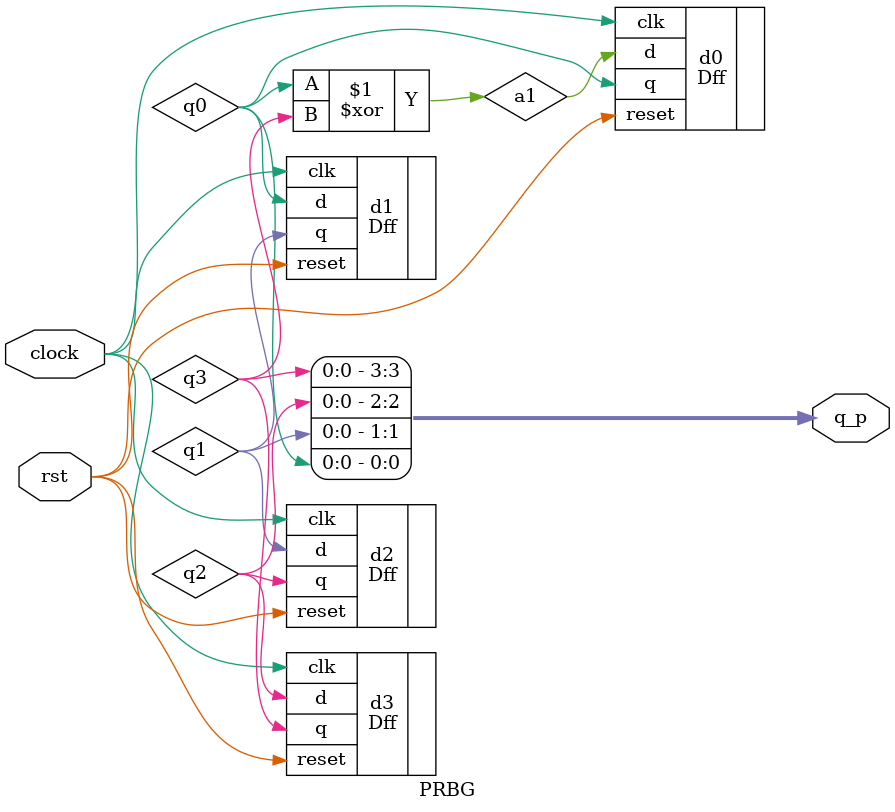
<source format=v>
`timescale 1ns /1ps


module PRBG(input clock,
            input rst,
            output [3:0] q_p
    );
    
    wire a1;
//    wire d00,d11,d22;
    wire q3,q2,q1,q0;
    
    assign q_p = {q3,q2,q1,q0};
    xor(a1,q0,q3);
    Dff d0(.clk(clock),.reset(rst),.d(a1),.q(q0));
    Dff d1(.clk(clock),.reset(rst),.d(q0),.q(q1));
    Dff d2(.clk(clock),.reset(rst),.d(q1),.q(q2));
    Dff d3(.clk(clock),.reset(rst),.d(q2),.q(q3));
    
endmodule

</source>
